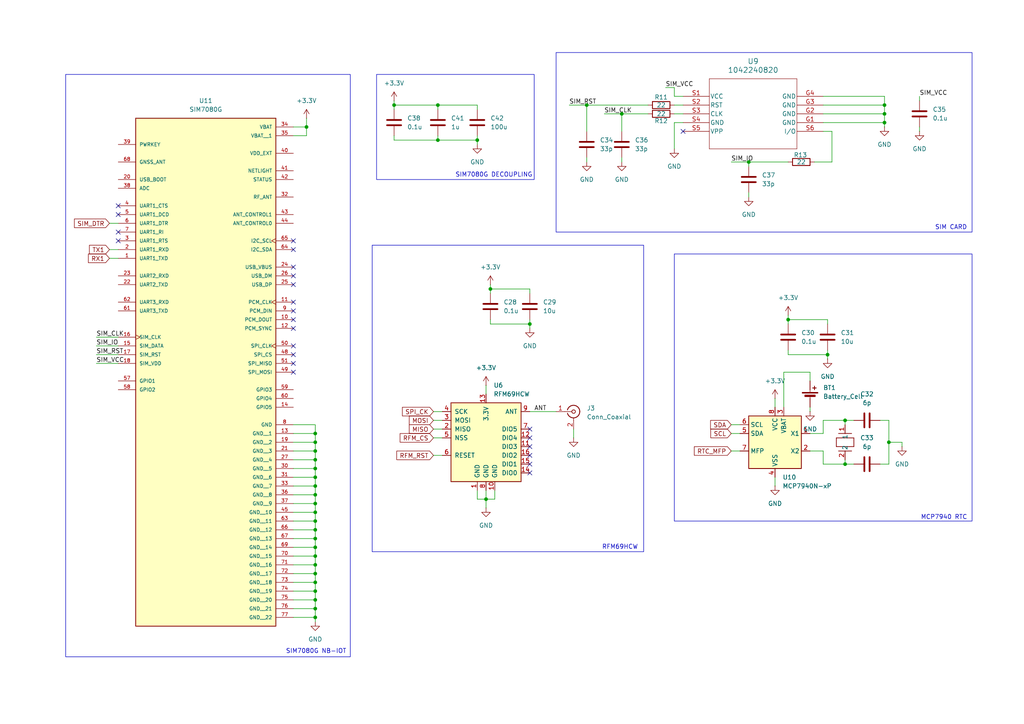
<source format=kicad_sch>
(kicad_sch (version 20231120) (generator "eeschema") (generator_version "8.0")
  (paper "A4")
  (lib_symbols
    (symbol "2024-05-28_14-23-12:SC32S-7PF20PPM" (pin_names (offset 0.254))
      (property "Reference" "XTAL" (at 5.08 4.445 0))
      (property "Value" "SC32S-7PF20PPM" (at 5.08 -4.445 0))
      (symbol "SC32S-7PF20PPM_1_1"
        (polyline (pts (xy 2.54 -1.905) (xy 2.54 1.905)) (stroke (width 0.2032)))
        (polyline (pts (xy 3.81 -2.54) (xy 3.81 2.54)) (stroke (width 0.2032)))
        (polyline (pts (xy 3.81 2.54) (xy 6.35 2.54)) (stroke (width 0.2032)))
        (polyline (pts (xy 6.35 -2.54) (xy 3.81 -2.54)) (stroke (width 0.2032)))
        (polyline (pts (xy 6.35 2.54) (xy 6.35 -2.54)) (stroke (width 0.2032)))
        (polyline (pts (xy 7.62 -1.905) (xy 7.62 1.905)) (stroke (width 0.2032)))
        (pin unspecified line (at 0 0 0) (length 2.54) (name "1") (number "1"))
        (pin unspecified line (at 10.16 0 180) (length 2.54) (name "2") (number "2"))
      )
      (symbol "SC32S-7PF20PPM_1_2"
        (polyline (pts (xy -2.54 3.81) (xy -2.54 6.35)) (stroke (width 0.2032)))
        (polyline (pts (xy -2.54 6.35) (xy 2.54 6.35)) (stroke (width 0.2032)))
        (polyline (pts (xy 1.905 2.54) (xy -1.905 2.54)) (stroke (width 0.2032)))
        (polyline (pts (xy 1.905 7.62) (xy -1.905 7.62)) (stroke (width 0.2032)))
        (polyline (pts (xy 2.54 3.81) (xy -2.54 3.81)) (stroke (width 0.2032)))
        (polyline (pts (xy 2.54 6.35) (xy 2.54 3.81)) (stroke (width 0.2032)))
        (pin unspecified line (at 0 0 90) (length 2.54) (name "1") (number "1"))
        (pin unspecified line (at 0 10.16 270) (length 2.54) (name "2") (number "2"))
      )
    )
    (symbol "2024-08-12_18-24-49:1042240820" (pin_names (offset 0.254))
      (property "Reference" "U" (at 20.32 10.16 0))
      (property "Value" "1042240820" (at 20.32 7.62 0))
      (symbol "1042240820_0_1"
        (polyline (pts (xy 7.62 -15.24) (xy 33.02 -15.24)) (stroke (width 0.127)))
        (polyline (pts (xy 7.62 5.08) (xy 7.62 -15.24)) (stroke (width 0.127)))
        (polyline (pts (xy 33.02 -15.24) (xy 33.02 5.08)) (stroke (width 0.127)))
        (polyline (pts (xy 33.02 5.08) (xy 7.62 5.08)) (stroke (width 0.127)))
        (pin power_out line (at 40.64 -7.62 180) (length 7.62) (name "GND") (number "G1"))
        (pin power_out line (at 40.64 -5.08 180) (length 7.62) (name "GND") (number "G2"))
        (pin power_out line (at 40.64 -2.54 180) (length 7.62) (name "GND") (number "G3"))
        (pin power_out line (at 40.64 0 180) (length 7.62) (name "GND") (number "G4"))
        (pin power_in line (at 0 0 0) (length 7.62) (name "VCC") (number "S1"))
        (pin unspecified line (at 0 -2.54 0) (length 7.62) (name "RST") (number "S2"))
        (pin unspecified line (at 0 -5.08 0) (length 7.62) (name "CLK") (number "S3"))
        (pin power_out line (at 0 -7.62 0) (length 7.62) (name "GND") (number "S4"))
        (pin power_in line (at 0 -10.16 0) (length 7.62) (name "VPP") (number "S5"))
        (pin unspecified line (at 40.64 -10.16 180) (length 7.62) (name "I/O") (number "S6"))
      )
    )
    (symbol "Connector:Conn_Coaxial" (pin_names (offset 1.016) hide)
      (property "Reference" "J" (at 0.254 3.048 0))
      (property "Value" "Conn_Coaxial" (at 2.921 0 90))
      (symbol "Conn_Coaxial_0_1"
        (arc (start -1.778 -0.508) (mid 0.2311 -1.8066) (end 1.778 0) (stroke (width 0.254)))
        (polyline (pts (xy -2.54 0) (xy -0.508 0)))
        (polyline (pts (xy 0 -2.54) (xy 0 -1.778)))
        (circle (center 0 0) (radius 0.508) (stroke (width 0.2032)))
        (arc (start 1.778 0) (mid 0.2099 1.8101) (end -1.778 0.508) (stroke (width 0.254)))
      )
      (symbol "Conn_Coaxial_1_1"
        (pin passive line (at -5.08 0 0) (length 2.54) (name "In") (number "1"))
        (pin passive line (at 0 -5.08 90) (length 2.54) (name "Ext") (number "2"))
      )
    )
    (symbol "Device:Battery_Cell" (pin_numbers hide) (pin_names (offset 0) hide)
      (property "Reference" "BT" (at 2.54 2.54 0))
      (property "Value" "Battery_Cell" (at 2.54 0 0))
      (symbol "Battery_Cell_0_1"
        (rectangle (start -2.286 1.778) (end 2.286 1.524) (fill (type outline)))
        (rectangle (start -1.524 1.016) (end 1.524 0.508) (fill (type outline)))
        (polyline (pts (xy 0 0.762) (xy 0 0)))
        (polyline (pts (xy 0 1.778) (xy 0 2.54)))
        (polyline (pts (xy 0.762 3.048) (xy 1.778 3.048)) (stroke (width 0.254)))
        (polyline (pts (xy 1.27 3.556) (xy 1.27 2.54)) (stroke (width 0.254)))
      )
      (symbol "Battery_Cell_1_1"
        (pin passive line (at 0 5.08 270) (length 2.54) (name "+") (number "1"))
        (pin passive line (at 0 -2.54 90) (length 2.54) (name "-") (number "2"))
      )
    )
    (symbol "Device:C" (pin_numbers hide) (pin_names (offset 0.254))
      (property "Reference" "C" (at 0.635 2.54 0))
      (property "Value" "C" (at 0.635 -2.54 0))
      (symbol "C_0_1"
        (polyline (pts (xy -2.032 -0.762) (xy 2.032 -0.762)) (stroke (width 0.508)))
        (polyline (pts (xy -2.032 0.762) (xy 2.032 0.762)) (stroke (width 0.508)))
      )
      (symbol "C_1_1"
        (pin passive line (at 0 3.81 270) (length 2.794) (name "~") (number "1"))
        (pin passive line (at 0 -3.81 90) (length 2.794) (name "~") (number "2"))
      )
    )
    (symbol "Device:R" (pin_numbers hide) (pin_names (offset 0))
      (property "Reference" "R" (at 2.032 0 90))
      (property "Value" "R" (at 0 0 90))
      (symbol "R_0_1"
        (rectangle (start -1.016 -2.54) (end 1.016 2.54) (stroke (width 0.254)))
      )
      (symbol "R_1_1"
        (pin passive line (at 0 3.81 270) (length 1.27) (name "~") (number "1"))
        (pin passive line (at 0 -3.81 90) (length 1.27) (name "~") (number "2"))
      )
    )
    (symbol "RF_Module:RFM69HCW" (pin_names (offset 1.016))
      (property "Reference" "U" (at -10.414 11.684 0))
      (property "Value" "RFM69HCW" (at 1.524 11.43 0))
      (symbol "RFM69HCW_0_1"
        (rectangle (start -10.16 10.16) (end 10.16 -12.7) (stroke (width 0.254)) (fill (type background)))
      )
      (symbol "RFM69HCW_1_1"
        (pin power_in line (at -2.54 -15.24 90) (length 2.54) (name "GND") (number "1"))
        (pin power_in line (at 2.54 -15.24 90) (length 2.54) (name "GND") (number "10"))
        (pin bidirectional line (at 12.7 -2.54 180) (length 2.54) (name "DIO3") (number "11"))
        (pin bidirectional line (at 12.7 0 180) (length 2.54) (name "DIO4") (number "12"))
        (pin power_in line (at 0 12.7 270) (length 2.54) (name "3.3V") (number "13"))
        (pin bidirectional line (at 12.7 -10.16 180) (length 2.54) (name "DIO0") (number "14"))
        (pin bidirectional line (at 12.7 -7.62 180) (length 2.54) (name "DIO1") (number "15"))
        (pin bidirectional line (at 12.7 -5.08 180) (length 2.54) (name "DIO2") (number "16"))
        (pin output line (at -12.7 2.54 0) (length 2.54) (name "MISO") (number "2"))
        (pin input line (at -12.7 5.08 0) (length 2.54) (name "MOSI") (number "3"))
        (pin input line (at -12.7 7.62 0) (length 2.54) (name "SCK") (number "4"))
        (pin input line (at -12.7 0 0) (length 2.54) (name "NSS") (number "5"))
        (pin bidirectional line (at -12.7 -5.08 0) (length 2.54) (name "RESET") (number "6"))
        (pin bidirectional line (at 12.7 2.54 180) (length 2.54) (name "DIO5") (number "7"))
        (pin power_in line (at 0 -15.24 90) (length 2.54) (name "GND") (number "8"))
        (pin bidirectional line (at 12.7 7.62 180) (length 2.54) (name "ANT") (number "9"))
      )
    )
    (symbol "SIM7080G:SIM7080G" (pin_names (offset 1.016))
      (property "Reference" "U" (at -20.066 44.196 0))
      (property "Value" "SIM7080G" (at -20.066 -105.156 0))
      (symbol "SIM7080G_0_0"
        (rectangle (start -20.32 -104.14) (end 20.32 43.18) (stroke (width 0.254)) (fill (type background)))
        (pin output line (at -25.4 2.54 0) (length 5.08) (name "UART1_TXD") (number "1"))
        (pin output line (at 25.4 -15.24 180) (length 5.08) (name "PCM_DOUT") (number "10"))
        (pin output clock (at 25.4 -10.16 180) (length 5.08) (name "PCM_CLK") (number "11"))
        (pin output line (at 25.4 -17.78 180) (length 5.08) (name "PCM_SYNC") (number "12"))
        (pin power_in line (at 25.4 -48.26 180) (length 5.08) (name "GND__1") (number "13"))
        (pin bidirectional line (at 25.4 -40.64 180) (length 5.08) (name "GPIO5") (number "14"))
        (pin bidirectional line (at -25.4 -22.86 0) (length 5.08) (name "SIM_DATA") (number "15"))
        (pin output clock (at -25.4 -20.32 0) (length 5.08) (name "SIM_CLK") (number "16"))
        (pin output line (at -25.4 -25.4 0) (length 5.08) (name "SIM_RST") (number "17"))
        (pin output line (at -25.4 -27.94 0) (length 5.08) (name "SIM_VDD") (number "18"))
        (pin power_in line (at 25.4 -50.8 180) (length 5.08) (name "GND__2") (number "19"))
        (pin input line (at -25.4 5.08 0) (length 5.08) (name "UART1_RXD") (number "2"))
        (pin input line (at -25.4 25.4 0) (length 5.08) (name "USB_BOOT") (number "20"))
        (pin power_in line (at 25.4 -53.34 180) (length 5.08) (name "GND__3") (number "21"))
        (pin output line (at -25.4 -5.08 0) (length 5.08) (name "UART2_TXD") (number "22"))
        (pin input line (at -25.4 -2.54 0) (length 5.08) (name "UART2_RXD") (number "23"))
        (pin input line (at 25.4 0 180) (length 5.08) (name "USB_VBUS") (number "24"))
        (pin bidirectional line (at 25.4 -5.08 180) (length 5.08) (name "USB_DP") (number "25"))
        (pin bidirectional line (at 25.4 -2.54 180) (length 5.08) (name "USB_DM") (number "26"))
        (pin power_in line (at 25.4 -55.88 180) (length 5.08) (name "GND__4") (number "27"))
        (pin input line (at -25.4 7.62 0) (length 5.08) (name "UART1_RTS") (number "3"))
        (pin power_in line (at 25.4 -58.42 180) (length 5.08) (name "GND__5") (number "30"))
        (pin power_in line (at 25.4 -60.96 180) (length 5.08) (name "GND__6") (number "31"))
        (pin bidirectional line (at 25.4 20.32 180) (length 5.08) (name "RF_ANT") (number "32"))
        (pin power_in line (at 25.4 -63.5 180) (length 5.08) (name "GND__7") (number "33"))
        (pin power_in line (at 25.4 40.64 180) (length 5.08) (name "VBAT") (number "34"))
        (pin power_in line (at 25.4 38.1 180) (length 5.08) (name "VBAT__1") (number "35"))
        (pin power_in line (at 25.4 -66.04 180) (length 5.08) (name "GND__8") (number "36"))
        (pin power_in line (at 25.4 -68.58 180) (length 5.08) (name "GND__9") (number "37"))
        (pin input line (at -25.4 22.86 0) (length 5.08) (name "ADC") (number "38"))
        (pin input line (at -25.4 35.56 0) (length 5.08) (name "PWRKEY") (number "39"))
        (pin output line (at -25.4 17.78 0) (length 5.08) (name "UART1_CTS") (number "4"))
        (pin output line (at 25.4 33.02 180) (length 5.08) (name "VDD_EXT") (number "40"))
        (pin output line (at 25.4 27.94 180) (length 5.08) (name "NETLIGHT") (number "41"))
        (pin output line (at 25.4 25.4 180) (length 5.08) (name "STATUS") (number "42"))
        (pin bidirectional line (at 25.4 15.24 180) (length 5.08) (name "ANT_CONTROL1") (number "43"))
        (pin output line (at 25.4 12.7 180) (length 5.08) (name "ANT_CONTROL0") (number "44"))
        (pin power_in line (at 25.4 -71.12 180) (length 5.08) (name "GND__10") (number "45"))
        (pin output line (at 25.4 -25.4 180) (length 5.08) (name "SPI_CS") (number "48"))
        (pin output line (at 25.4 -30.48 180) (length 5.08) (name "SPI_MOSI") (number "49"))
        (pin output line (at -25.4 15.24 0) (length 5.08) (name "UART1_DCD") (number "5"))
        (pin output clock (at 25.4 -22.86 180) (length 5.08) (name "SPI_CLK") (number "50"))
        (pin input line (at 25.4 -27.94 180) (length 5.08) (name "SPI_MISO") (number "51"))
        (pin bidirectional line (at -25.4 -33.02 0) (length 5.08) (name "GPIO1") (number "57"))
        (pin bidirectional line (at -25.4 -35.56 0) (length 5.08) (name "GPIO2") (number "58"))
        (pin bidirectional line (at 25.4 -35.56 180) (length 5.08) (name "GPIO3") (number "59"))
        (pin input line (at -25.4 12.7 0) (length 5.08) (name "UART1_DTR") (number "6"))
        (pin bidirectional line (at 25.4 -38.1 180) (length 5.08) (name "GPIO4") (number "60"))
        (pin output line (at -25.4 -12.7 0) (length 5.08) (name "UART3_TXD") (number "61"))
        (pin input line (at -25.4 -10.16 0) (length 5.08) (name "UART3_RXD") (number "62"))
        (pin power_in line (at 25.4 -73.66 180) (length 5.08) (name "GND__11") (number "63"))
        (pin bidirectional line (at 25.4 5.08 180) (length 5.08) (name "I2C_SDA") (number "64"))
        (pin output clock (at 25.4 7.62 180) (length 5.08) (name "I2C_SCL") (number "65"))
        (pin power_in line (at 25.4 -76.2 180) (length 5.08) (name "GND__12") (number "66"))
        (pin power_in line (at 25.4 -78.74 180) (length 5.08) (name "GND__13") (number "67"))
        (pin input line (at -25.4 30.48 0) (length 5.08) (name "GNSS_ANT") (number "68"))
        (pin power_in line (at 25.4 -81.28 180) (length 5.08) (name "GND__14") (number "69"))
        (pin output line (at -25.4 10.16 0) (length 5.08) (name "UART1_RI") (number "7"))
        (pin power_in line (at 25.4 -83.82 180) (length 5.08) (name "GND__15") (number "70"))
        (pin power_in line (at 25.4 -86.36 180) (length 5.08) (name "GND__16") (number "71"))
        (pin power_in line (at 25.4 -88.9 180) (length 5.08) (name "GND__17") (number "72"))
        (pin power_in line (at 25.4 -91.44 180) (length 5.08) (name "GND__18") (number "73"))
        (pin power_in line (at 25.4 -93.98 180) (length 5.08) (name "GND__19") (number "74"))
        (pin power_in line (at 25.4 -96.52 180) (length 5.08) (name "GND__20") (number "75"))
        (pin power_in line (at 25.4 -99.06 180) (length 5.08) (name "GND__21") (number "76"))
        (pin power_in line (at 25.4 -101.6 180) (length 5.08) (name "GND__22") (number "77"))
        (pin power_in line (at 25.4 -45.72 180) (length 5.08) (name "GND") (number "8"))
        (pin input line (at 25.4 -12.7 180) (length 5.08) (name "PCM_DIN") (number "9"))
      )
    )
    (symbol "Timer_RTC:MCP7940N-xP"
      (property "Reference" "U" (at -6.35 8.89 0))
      (property "Value" "MCP7940N-xP" (at 11.43 8.89 0))
      (symbol "MCP7940N-xP_0_1"
        (rectangle (start -7.62 7.62) (end 7.62 -7.62) (stroke (width 0.254)) (fill (type background)))
      )
      (symbol "MCP7940N-xP_1_1"
        (pin input line (at 10.16 2.54 180) (length 2.54) (name "X1") (number "1"))
        (pin output line (at 10.16 -2.54 180) (length 2.54) (name "X2") (number "2"))
        (pin power_in line (at 2.54 10.16 270) (length 2.54) (name "VBAT") (number "3"))
        (pin power_in line (at 0 -10.16 90) (length 2.54) (name "VSS") (number "4"))
        (pin bidirectional line (at -10.16 2.54 0) (length 2.54) (name "SDA") (number "5"))
        (pin input line (at -10.16 5.08 0) (length 2.54) (name "SCL") (number "6"))
        (pin open_collector line (at -10.16 -2.54 0) (length 2.54) (name "MFP") (number "7"))
        (pin power_in line (at 0 10.16 270) (length 2.54) (name "VCC") (number "8"))
      )
    )
    (symbol "power:+3.3V" (power) (pin_numbers hide) (pin_names (offset 0) hide)
      (property "Value" "+3.3V" (at 0 3.556 0))
      (symbol "+3.3V_0_1"
        (polyline (pts (xy -0.762 1.27) (xy 0 2.54)))
        (polyline (pts (xy 0 0) (xy 0 2.54)))
        (polyline (pts (xy 0 2.54) (xy 0.762 1.27)))
      )
      (symbol "+3.3V_1_1"
        (pin power_in line (at 0 0 90) (length 0) (name "~") (number "1"))
      )
    )
    (symbol "power:GND" (power) (pin_numbers hide) (pin_names (offset 0) hide)
      (property "Value" "GND" (at 0 -3.81 0))
      (symbol "GND_0_1"
        (polyline (pts (xy 0 0) (xy 0 -1.27) (xy 1.27 -1.27) (xy 0 -2.54) (xy -1.27 -1.27) (xy 0 -1.27)))
      )
      (symbol "GND_1_1"
        (pin power_in line (at 0 0 270) (length 0) (name "~") (number "1"))
      )
    )
  )
  (junction (at 245.11 134.62))
  (junction (at 256.54 33.02))
  (junction (at 91.44 130.81))
  (junction (at 180.34 33.02))
  (junction (at 240.03 102.87))
  (junction (at 91.44 133.35))
  (junction (at 256.54 30.48))
  (junction (at 140.97 144.78))
  (junction (at 127 30.48))
  (junction (at 91.44 176.53))
  (junction (at 228.6 92.71))
  (junction (at 256.54 35.56))
  (junction (at 217.17 46.99))
  (junction (at 91.44 143.51))
  (junction (at 91.44 163.83))
  (junction (at 91.44 158.75))
  (junction (at 114.3 30.48))
  (junction (at 91.44 156.21))
  (junction (at 91.44 173.99))
  (junction (at 245.11 121.92))
  (junction (at 91.44 140.97))
  (junction (at 138.43 40.64))
  (junction (at 91.44 151.13))
  (junction (at 91.44 168.91))
  (junction (at 91.44 125.73))
  (junction (at 91.44 166.37))
  (junction (at 91.44 171.45))
  (junction (at 142.24 83.82))
  (junction (at 91.44 128.27))
  (junction (at 91.44 138.43))
  (junction (at 91.44 179.07))
  (junction (at 91.44 146.05))
  (junction (at 88.9 36.83))
  (junction (at 257.81 128.27))
  (junction (at 153.67 93.98))
  (junction (at 170.18 30.48))
  (junction (at 127 40.64))
  (junction (at 91.44 135.89))
  (junction (at 91.44 148.59))
  (junction (at 91.44 153.67))
  (junction (at 91.44 161.29))
  (no_connect (at 85.09 95.25))
  (no_connect (at 85.09 87.63))
  (no_connect (at 85.09 80.01))
  (no_connect (at 153.67 124.46))
  (no_connect (at 85.09 100.33))
  (no_connect (at 85.09 90.17))
  (no_connect (at 153.67 127))
  (no_connect (at 34.29 67.31))
  (no_connect (at 198.12 38.1))
  (no_connect (at 85.09 72.39))
  (no_connect (at 153.67 132.08))
  (no_connect (at 85.09 107.95))
  (no_connect (at 85.09 105.41))
  (no_connect (at 85.09 102.87))
  (no_connect (at 85.09 77.47))
  (no_connect (at 85.09 82.55))
  (no_connect (at 153.67 137.16))
  (no_connect (at 85.09 69.85))
  (no_connect (at 153.67 134.62))
  (no_connect (at 153.67 129.54))
  (no_connect (at 34.29 69.85))
  (no_connect (at 34.29 62.23))
  (no_connect (at 34.29 59.69))
  (no_connect (at 85.09 92.71))
  (wire (pts (xy 91.44 161.29) (xy 91.44 158.75)))
  (wire (pts (xy 138.43 144.78) (xy 140.97 144.78)))
  (wire (pts (xy 27.94 105.41) (xy 34.29 105.41)))
  (wire (pts (xy 138.43 40.64) (xy 127 40.64)))
  (wire (pts (xy 85.09 158.75) (xy 91.44 158.75)))
  (wire (pts (xy 228.6 101.6) (xy 228.6 102.87)))
  (wire (pts (xy 91.44 123.19) (xy 91.44 125.73)))
  (wire (pts (xy 88.9 39.37) (xy 88.9 36.83)))
  (wire (pts (xy 127 39.37) (xy 127 40.64)))
  (wire (pts (xy 125.73 124.46) (xy 128.27 124.46)))
  (wire (pts (xy 224.79 138.43) (xy 224.79 140.97)))
  (wire (pts (xy 245.11 134.62) (xy 247.65 134.62)))
  (wire (pts (xy 240.03 102.87) (xy 240.03 104.14)))
  (wire (pts (xy 255.27 134.62) (xy 257.81 134.62)))
  (wire (pts (xy 257.81 121.92) (xy 255.27 121.92)))
  (wire (pts (xy 170.18 45.72) (xy 170.18 46.99)))
  (wire (pts (xy 195.58 27.94) (xy 195.58 25.4)))
  (wire (pts (xy 85.09 130.81) (xy 91.44 130.81)))
  (wire (pts (xy 142.24 92.71) (xy 142.24 93.98)))
  (wire (pts (xy 91.44 143.51) (xy 91.44 146.05)))
  (wire (pts (xy 212.09 46.99) (xy 217.17 46.99)))
  (wire (pts (xy 256.54 27.94) (xy 256.54 30.48)))
  (wire (pts (xy 234.95 118.11) (xy 234.95 119.38)))
  (wire (pts (xy 85.09 133.35) (xy 91.44 133.35)))
  (wire (pts (xy 257.81 134.62) (xy 257.81 128.27)))
  (wire (pts (xy 127 30.48) (xy 138.43 30.48)))
  (wire (pts (xy 127 40.64) (xy 114.3 40.64)))
  (wire (pts (xy 85.09 173.99) (xy 91.44 173.99)))
  (wire (pts (xy 180.34 38.1) (xy 180.34 33.02)))
  (wire (pts (xy 85.09 163.83) (xy 91.44 163.83)))
  (wire (pts (xy 153.67 93.98) (xy 153.67 92.71)))
  (wire (pts (xy 212.09 130.81) (xy 214.63 130.81)))
  (wire (pts (xy 85.09 179.07) (xy 91.44 179.07)))
  (wire (pts (xy 91.44 138.43) (xy 91.44 140.97)))
  (wire (pts (xy 31.75 72.39) (xy 34.29 72.39)))
  (wire (pts (xy 234.95 110.49) (xy 234.95 107.95)))
  (wire (pts (xy 91.44 130.81) (xy 91.44 133.35)))
  (wire (pts (xy 227.33 107.95) (xy 227.33 118.11)))
  (wire (pts (xy 142.24 83.82) (xy 142.24 85.09)))
  (wire (pts (xy 91.44 135.89) (xy 91.44 138.43)))
  (wire (pts (xy 114.3 31.75) (xy 114.3 30.48)))
  (wire (pts (xy 241.3 46.99) (xy 241.3 38.1)))
  (wire (pts (xy 91.44 176.53) (xy 91.44 173.99)))
  (wire (pts (xy 140.97 144.78) (xy 140.97 147.32)))
  (wire (pts (xy 85.09 143.51) (xy 91.44 143.51)))
  (wire (pts (xy 256.54 33.02) (xy 256.54 35.56)))
  (wire (pts (xy 224.79 115.57) (xy 224.79 118.11)))
  (wire (pts (xy 153.67 93.98) (xy 153.67 95.25)))
  (wire (pts (xy 91.44 123.19) (xy 85.09 123.19)))
  (wire (pts (xy 195.58 43.18) (xy 195.58 35.56)))
  (wire (pts (xy 212.09 125.73) (xy 214.63 125.73)))
  (wire (pts (xy 240.03 93.98) (xy 240.03 92.71)))
  (wire (pts (xy 138.43 142.24) (xy 138.43 144.78)))
  (wire (pts (xy 245.11 134.62) (xy 245.11 133.35)))
  (wire (pts (xy 180.34 45.72) (xy 180.34 46.99)))
  (wire (pts (xy 91.44 168.91) (xy 91.44 166.37)))
  (wire (pts (xy 85.09 151.13) (xy 91.44 151.13)))
  (wire (pts (xy 114.3 29.21) (xy 114.3 30.48)))
  (wire (pts (xy 195.58 27.94) (xy 198.12 27.94)))
  (wire (pts (xy 212.09 123.19) (xy 214.63 123.19)))
  (wire (pts (xy 91.44 140.97) (xy 91.44 143.51)))
  (wire (pts (xy 170.18 30.48) (xy 187.96 30.48)))
  (wire (pts (xy 125.73 132.08) (xy 128.27 132.08)))
  (wire (pts (xy 125.73 119.38) (xy 128.27 119.38)))
  (wire (pts (xy 85.09 135.89) (xy 91.44 135.89)))
  (wire (pts (xy 193.04 25.4) (xy 195.58 25.4)))
  (wire (pts (xy 85.09 161.29) (xy 91.44 161.29)))
  (wire (pts (xy 125.73 121.92) (xy 128.27 121.92)))
  (wire (pts (xy 27.94 102.87) (xy 34.29 102.87)))
  (wire (pts (xy 85.09 39.37) (xy 88.9 39.37)))
  (wire (pts (xy 238.76 130.81) (xy 238.76 134.62)))
  (wire (pts (xy 234.95 107.95) (xy 227.33 107.95)))
  (wire (pts (xy 153.67 83.82) (xy 142.24 83.82)))
  (wire (pts (xy 143.51 142.24) (xy 143.51 144.78)))
  (wire (pts (xy 85.09 153.67) (xy 91.44 153.67)))
  (wire (pts (xy 114.3 40.64) (xy 114.3 39.37)))
  (wire (pts (xy 142.24 93.98) (xy 153.67 93.98)))
  (wire (pts (xy 85.09 166.37) (xy 91.44 166.37)))
  (wire (pts (xy 238.76 35.56) (xy 256.54 35.56)))
  (wire (pts (xy 238.76 33.02) (xy 256.54 33.02)))
  (wire (pts (xy 31.75 64.77) (xy 34.29 64.77)))
  (wire (pts (xy 195.58 33.02) (xy 198.12 33.02)))
  (wire (pts (xy 31.75 74.93) (xy 34.29 74.93)))
  (wire (pts (xy 88.9 34.29) (xy 88.9 36.83)))
  (wire (pts (xy 266.7 36.83) (xy 266.7 38.1)))
  (wire (pts (xy 138.43 30.48) (xy 138.43 31.75)))
  (wire (pts (xy 142.24 82.55) (xy 142.24 83.82)))
  (wire (pts (xy 85.09 176.53) (xy 91.44 176.53)))
  (wire (pts (xy 91.44 128.27) (xy 91.44 130.81)))
  (wire (pts (xy 91.44 180.34) (xy 91.44 179.07)))
  (wire (pts (xy 166.37 124.46) (xy 166.37 127)))
  (wire (pts (xy 27.94 100.33) (xy 34.29 100.33)))
  (wire (pts (xy 88.9 36.83) (xy 85.09 36.83)))
  (wire (pts (xy 91.44 173.99) (xy 91.44 171.45)))
  (wire (pts (xy 91.44 163.83) (xy 91.44 161.29)))
  (wire (pts (xy 85.09 168.91) (xy 91.44 168.91)))
  (wire (pts (xy 140.97 111.76) (xy 140.97 114.3)))
  (wire (pts (xy 180.34 33.02) (xy 187.96 33.02)))
  (wire (pts (xy 245.11 123.19) (xy 245.11 121.92)))
  (wire (pts (xy 217.17 46.99) (xy 217.17 48.26)))
  (wire (pts (xy 27.94 97.79) (xy 34.29 97.79)))
  (wire (pts (xy 114.3 30.48) (xy 127 30.48)))
  (wire (pts (xy 175.26 33.02) (xy 180.34 33.02)))
  (wire (pts (xy 85.09 146.05) (xy 91.44 146.05)))
  (wire (pts (xy 238.76 125.73) (xy 234.95 125.73)))
  (wire (pts (xy 266.7 27.94) (xy 266.7 29.21)))
  (wire (pts (xy 170.18 38.1) (xy 170.18 30.48)))
  (wire (pts (xy 234.95 130.81) (xy 238.76 130.81)))
  (wire (pts (xy 91.44 179.07) (xy 91.44 176.53)))
  (wire (pts (xy 241.3 38.1) (xy 238.76 38.1)))
  (wire (pts (xy 238.76 121.92) (xy 238.76 125.73)))
  (wire (pts (xy 257.81 128.27) (xy 257.81 121.92)))
  (wire (pts (xy 228.6 92.71) (xy 228.6 93.98)))
  (wire (pts (xy 261.62 128.27) (xy 257.81 128.27)))
  (wire (pts (xy 140.97 144.78) (xy 143.51 144.78)))
  (wire (pts (xy 217.17 55.88) (xy 217.17 57.15)))
  (wire (pts (xy 85.09 140.97) (xy 91.44 140.97)))
  (wire (pts (xy 236.22 46.99) (xy 241.3 46.99)))
  (wire (pts (xy 165.1 30.48) (xy 170.18 30.48)))
  (wire (pts (xy 91.44 171.45) (xy 91.44 168.91)))
  (wire (pts (xy 138.43 40.64) (xy 138.43 41.91)))
  (wire (pts (xy 140.97 142.24) (xy 140.97 144.78)))
  (wire (pts (xy 238.76 30.48) (xy 256.54 30.48)))
  (wire (pts (xy 228.6 102.87) (xy 240.03 102.87)))
  (wire (pts (xy 238.76 134.62) (xy 245.11 134.62)))
  (wire (pts (xy 85.09 148.59) (xy 91.44 148.59)))
  (wire (pts (xy 245.11 121.92) (xy 247.65 121.92)))
  (wire (pts (xy 91.44 146.05) (xy 91.44 148.59)))
  (wire (pts (xy 125.73 127) (xy 128.27 127)))
  (wire (pts (xy 91.44 133.35) (xy 91.44 135.89)))
  (wire (pts (xy 238.76 27.94) (xy 256.54 27.94)))
  (wire (pts (xy 91.44 158.75) (xy 91.44 156.21)))
  (wire (pts (xy 91.44 153.67) (xy 91.44 151.13)))
  (wire (pts (xy 85.09 171.45) (xy 91.44 171.45)))
  (wire (pts (xy 261.62 129.54) (xy 261.62 128.27)))
  (wire (pts (xy 228.6 91.44) (xy 228.6 92.71)))
  (wire (pts (xy 240.03 92.71) (xy 228.6 92.71)))
  (wire (pts (xy 195.58 30.48) (xy 198.12 30.48)))
  (wire (pts (xy 85.09 125.73) (xy 91.44 125.73)))
  (wire (pts (xy 153.67 85.09) (xy 153.67 83.82)))
  (wire (pts (xy 127 30.48) (xy 127 31.75)))
  (wire (pts (xy 91.44 166.37) (xy 91.44 163.83)))
  (wire (pts (xy 85.09 156.21) (xy 91.44 156.21)))
  (wire (pts (xy 245.11 121.92) (xy 238.76 121.92)))
  (wire (pts (xy 91.44 125.73) (xy 91.44 128.27)))
  (wire (pts (xy 256.54 30.48) (xy 256.54 33.02)))
  (wire (pts (xy 85.09 128.27) (xy 91.44 128.27)))
  (wire (pts (xy 138.43 39.37) (xy 138.43 40.64)))
  (wire (pts (xy 153.67 119.38) (xy 161.29 119.38)))
  (wire (pts (xy 91.44 148.59) (xy 91.44 151.13)))
  (wire (pts (xy 228.6 46.99) (xy 217.17 46.99)))
  (wire (pts (xy 240.03 102.87) (xy 240.03 101.6)))
  (wire (pts (xy 85.09 138.43) (xy 91.44 138.43)))
  (wire (pts (xy 195.58 35.56) (xy 198.12 35.56)))
  (wire (pts (xy 91.44 156.21) (xy 91.44 153.67)))
  (wire (pts (xy 256.54 35.56) (xy 256.54 36.83)))
  (rectangle (start 161.29 15.24) (end 281.94 67.31))
  (rectangle (start 107.95 71.12) (end 186.69 160.02))
  (rectangle (start 109.22 21.59) (end 154.94 52.07))
  (rectangle (start 19.05 21.59) (end 101.6 190.5))
  (rectangle (start 195.58 73.66) (end 281.94 151.13))
  (text "RFM69HCW" (at 179.832 158.75 0) (effects (font (size 1.27 1.27))))
  (text "SIM CARD" (at 275.844 66.04 0) (effects (font (size 1.27 1.27))))
  (text "SIM7080G NB-IOT" (at 91.694 188.976 0) (effects (font (size 1.27 1.27))))
  (text "SIM7080G DECOUPLING" (at 143.256 50.8 0) (effects (font (size 1.27 1.27))))
  (text "MCP7940 RTC" (at 273.812 150.114 0) (effects (font (size 1.27 1.27))))
  (label "SIM_VCC" (at 266.7 27.94 0))
  (label "SIM_RST" (at 27.94 102.87 0))
  (label "ANT" (at 154.94 119.38 0))
  (label "SIM_CLK" (at 27.94 97.79 0))
  (label "SIM_IO" (at 212.09 46.99 0))
  (label "SIM_VCC" (at 27.94 105.41 0))
  (label "SIM_IO" (at 27.94 100.33 0))
  (label "SIM_RST" (at 165.1 30.48 0))
  (label "SIM_CLK" (at 175.26 33.02 0))
  (label "SIM_VCC" (at 193.04 25.4 0))
  (global_label "RTC_MFP" (shape input) (at 212.09 130.81 180) (property "Intersheetrefs" "${INTERSHEET_REFS}" (effects (hide yes))))
  (global_label "SDA" (shape input) (at 212.09 123.19 180) (property "Intersheetrefs" "${INTERSHEET_REFS}" (effects (hide yes))))
  (global_label "MOSI" (shape input) (at 125.73 121.92 180) (property "Intersheetrefs" "${INTERSHEET_REFS}" (effects (hide yes))))
  (global_label "TX1" (shape input) (at 31.75 72.39 180) (property "Intersheetrefs" "${INTERSHEET_REFS}" (effects (hide yes))))
  (global_label "SIM_DTR" (shape input) (at 31.75 64.77 180) (property "Intersheetrefs" "${INTERSHEET_REFS}" (effects (hide yes))))
  (global_label "SCL" (shape input) (at 212.09 125.73 180) (property "Intersheetrefs" "${INTERSHEET_REFS}" (effects (hide yes))))
  (global_label "SPI_CK" (shape input) (at 125.73 119.38 180) (property "Intersheetrefs" "${INTERSHEET_REFS}" (effects (hide yes))))
  (global_label "RX1" (shape input) (at 31.75 74.93 180) (property "Intersheetrefs" "${INTERSHEET_REFS}" (effects (hide yes))))
  (global_label "RFM_RST" (shape input) (at 125.73 132.08 180) (property "Intersheetrefs" "${INTERSHEET_REFS}" (effects (hide yes))))
  (global_label "RFM_CS" (shape input) (at 125.73 127 180) (property "Intersheetrefs" "${INTERSHEET_REFS}" (effects (hide yes))))
  (global_label "MISO" (shape input) (at 125.73 124.46 180) (property "Intersheetrefs" "${INTERSHEET_REFS}" (effects (hide yes))))
  (symbol (lib_id "Device:R") (at 191.77 33.02 90) (unit 1)
    (property "Reference" "R12" (at 191.77 35.052 90))
    (property "Value" "22" (at 191.77 33.02 90))
    (property "Footprint" "Capacitor_SMD:C_0805_2012Metric_Pad1.18x1.45mm_HandSolder" (effects (hide yes)))
    (property "Description" "Resistor" (effects (hide yes)))
  )
  (symbol (lib_id "power:+3.3V") (at 88.9 34.29 0) (unit 1)
    (property "Reference" "#PWR071" (effects (hide yes)))
    (property "Value" "+3.3V" (at 88.9 29.21 0))
    (property "Description" "Power symbol creates a global label with name \"+3.3V\"" (effects (hide yes)))
  )
  (symbol (lib_id "power:GND") (at 166.37 127 0) (unit 1)
    (property "Reference" "#PWR045" (effects (hide yes)))
    (property "Value" "GND" (at 166.37 132.08 0))
    (property "Description" "Power symbol creates a global label with name \"GND\" , ground" (effects (hide yes)))
  )
  (symbol (lib_id "RF_Module:RFM69HCW") (at 140.97 127 0) (unit 1)
    (property "Reference" "U6" (at 143.1641 111.76 0) (effects (justify left)))
    (property "Value" "RFM69HCW" (at 143.1641 114.3 0) (effects (justify left)))
    (property "Footprint" "RF_Module:HOPERF_RFM9XW_SMD" (effects (hide yes)))
    (property "Datasheet" "https://www.hoperf.com/data/upload/portal/20181127/5bfcb8284d838.pdf" (effects (hide yes)))
    (property "Description" "Low power ISM Radio Transceiver Module, SPI interface, AES encryption, 434 or 915 MHz, up to 100mW, up to 300 kb/s, SMD-16, DIP-16" (effects (hide yes)))
  )
  (symbol (lib_id "Device:C") (at 114.3 35.56 0) (unit 1)
    (property "Reference" "C38" (at 118.11 34.2899 0) (effects (justify left)))
    (property "Value" "0.1u" (at 118.11 36.8299 0) (effects (justify left)))
    (property "Footprint" "Capacitor_SMD:C_0402_1005Metric_Pad0.74x0.62mm_HandSolder" (effects (hide yes)))
    (property "Description" "Unpolarized capacitor" (effects (hide yes)))
  )
  (symbol (lib_id "power:GND") (at 240.03 104.14 0) (unit 1)
    (property "Reference" "#PWR051" (effects (hide yes)))
    (property "Value" "GND" (at 240.03 109.22 0))
    (property "Description" "Power symbol creates a global label with name \"GND\" , ground" (effects (hide yes)))
  )
  (symbol (lib_id "Device:C") (at 217.17 52.07 0) (unit 1)
    (property "Reference" "C37" (at 220.98 50.7999 0) (effects (justify left)))
    (property "Value" "33p" (at 220.98 53.3399 0) (effects (justify left)))
    (property "Footprint" "Capacitor_SMD:C_0402_1005Metric_Pad0.74x0.62mm_HandSolder" (effects (hide yes)))
    (property "Description" "Unpolarized capacitor" (effects (hide yes)))
  )
  (symbol (lib_id "power:+3.3V") (at 140.97 111.76 0) (unit 1)
    (property "Reference" "#PWR044" (effects (hide yes)))
    (property "Value" "+3.3V" (at 140.97 106.68 0))
    (property "Description" "Power symbol creates a global label with name \"+3.3V\"" (effects (hide yes)))
  )
  (symbol (lib_id "Device:C") (at 170.18 41.91 0) (unit 1)
    (property "Reference" "C34" (at 173.99 40.6399 0) (effects (justify left)))
    (property "Value" "33p" (at 173.99 43.1799 0) (effects (justify left)))
    (property "Footprint" "Capacitor_SMD:C_0402_1005Metric_Pad0.74x0.62mm_HandSolder" (effects (hide yes)))
    (property "Description" "Unpolarized capacitor" (effects (hide yes)))
  )
  (symbol (lib_id "Device:R") (at 191.77 30.48 90) (unit 1)
    (property "Reference" "R11" (at 191.77 28.194 90))
    (property "Value" "22" (at 191.77 30.48 90))
    (property "Footprint" "Capacitor_SMD:C_0805_2012Metric_Pad1.18x1.45mm_HandSolder" (effects (hide yes)))
    (property "Description" "Resistor" (effects (hide yes)))
  )
  (symbol (lib_id "power:GND") (at 195.58 43.18 0) (unit 1)
    (property "Reference" "#PWR066" (effects (hide yes)))
    (property "Value" "GND" (at 195.58 48.26 0))
    (property "Description" "Power symbol creates a global label with name \"GND\" , ground" (effects (hide yes)))
  )
  (symbol (lib_id "Device:C") (at 142.24 88.9 0) (unit 1)
    (property "Reference" "C28" (at 146.05 87.6299 0) (effects (justify left)))
    (property "Value" "0.1u" (at 146.05 90.1699 0) (effects (justify left)))
    (property "Footprint" "Capacitor_SMD:C_0402_1005Metric_Pad0.74x0.62mm_HandSolder" (effects (hide yes)))
    (property "Description" "Unpolarized capacitor" (effects (hide yes)))
  )
  (symbol (lib_id "Device:C") (at 266.7 33.02 0) (unit 1)
    (property "Reference" "C35" (at 270.51 31.7499 0) (effects (justify left)))
    (property "Value" "0.1u" (at 270.51 34.2899 0) (effects (justify left)))
    (property "Footprint" "Capacitor_SMD:C_0402_1005Metric_Pad0.74x0.62mm_HandSolder" (effects (hide yes)))
    (property "Description" "Unpolarized capacitor" (effects (hide yes)))
  )
  (symbol (lib_id "Connector:Conn_Coaxial") (at 166.37 119.38 0) (unit 1)
    (property "Reference" "J3" (at 170.18 118.4031 0) (effects (justify left)))
    (property "Value" "Conn_Coaxial" (at 170.18 120.9431 0) (effects (justify left)))
    (property "Footprint" "Connector_Coaxial:SMA_Samtec_SMA-J-P-H-ST-EM1_EdgeMount" (effects (hide yes)))
    (property "Description" "coaxial connector (BNC, SMA, SMB, SMC, Cinch/RCA, LEMO, ...)" (effects (hide yes)))
  )
  (symbol (lib_id "Device:C") (at 240.03 97.79 0) (unit 1)
    (property "Reference" "C31" (at 243.84 96.5199 0) (effects (justify left)))
    (property "Value" "10u" (at 243.84 99.0599 0) (effects (justify left)))
    (property "Footprint" "Capacitor_SMD:C_0805_2012Metric_Pad1.18x1.45mm_HandSolder" (effects (hide yes)))
    (property "Description" "Unpolarized capacitor" (effects (hide yes)))
  )
  (symbol (lib_id "power:GND") (at 256.54 36.83 0) (unit 1)
    (property "Reference" "#PWR070" (effects (hide yes)))
    (property "Value" "GND" (at 256.54 41.91 0))
    (property "Description" "Power symbol creates a global label with name \"GND\" , ground" (effects (hide yes)))
  )
  (symbol (lib_id "2024-08-12_18-24-49:1042240820") (at 198.12 27.94 0) (unit 1)
    (property "Reference" "U9" (at 218.44 17.78 0) (effects (font (size 1.524 1.524))))
    (property "Value" "1042240820" (at 218.44 20.32 0) (effects (font (size 1.524 1.524))))
    (property "Footprint" "sim:1042240820_MOL" (effects (hide yes)))
    (property "Datasheet" "1042240820" (effects (hide yes)))
  )
  (symbol (lib_id "power:+3.3V") (at 228.6 91.44 0) (unit 1)
    (property "Reference" "#PWR050" (effects (hide yes)))
    (property "Value" "+3.3V" (at 228.6 86.36 0))
    (property "Description" "Power symbol creates a global label with name \"+3.3V\"" (effects (hide yes)))
  )
  (symbol (lib_id "power:GND") (at 140.97 147.32 0) (unit 1)
    (property "Reference" "#PWR043" (effects (hide yes)))
    (property "Value" "GND" (at 140.97 152.4 0))
    (property "Description" "Power symbol creates a global label with name \"GND\" , ground" (effects (hide yes)))
  )
  (symbol (lib_id "power:GND") (at 217.17 57.15 0) (unit 1)
    (property "Reference" "#PWR067" (effects (hide yes)))
    (property "Value" "GND" (at 217.17 62.23 0))
    (property "Description" "Power symbol creates a global label with name \"GND\" , ground" (effects (hide yes)))
  )
  (symbol (lib_id "Device:C") (at 127 35.56 0) (unit 1)
    (property "Reference" "C41" (at 130.81 34.2899 0) (effects (justify left)))
    (property "Value" "1u" (at 130.81 36.8299 0) (effects (justify left)))
    (property "Footprint" "Capacitor_SMD:C_0805_2012Metric_Pad1.18x1.45mm_HandSolder" (effects (hide yes)))
    (property "Description" "Unpolarized capacitor" (effects (hide yes)))
  )
  (symbol (lib_id "power:GND") (at 138.43 41.91 0) (unit 1)
    (property "Reference" "#PWR069" (effects (hide yes)))
    (property "Value" "GND" (at 138.43 46.99 0))
    (property "Description" "Power symbol creates a global label with name \"GND\" , ground" (effects (hide yes)))
  )
  (symbol (lib_id "Device:C") (at 153.67 88.9 0) (unit 1)
    (property "Reference" "C29" (at 157.48 87.6299 0) (effects (justify left)))
    (property "Value" "10u" (at 157.48 90.1699 0) (effects (justify left)))
    (property "Footprint" "Capacitor_SMD:C_0805_2012Metric_Pad1.18x1.45mm_HandSolder" (effects (hide yes)))
    (property "Description" "Unpolarized capacitor" (effects (hide yes)))
  )
  (symbol (lib_id "power:GND") (at 261.62 129.54 0) (unit 1)
    (property "Reference" "#PWR052" (effects (hide yes)))
    (property "Value" "GND" (at 261.62 134.62 0))
    (property "Description" "Power symbol creates a global label with name \"GND\" , ground" (effects (hide yes)))
  )
  (symbol (lib_id "power:GND") (at 266.7 38.1 0) (unit 1)
    (property "Reference" "#PWR064" (effects (hide yes)))
    (property "Value" "GND" (at 266.7 43.18 0))
    (property "Description" "Power symbol creates a global label with name \"GND\" , ground" (effects (hide yes)))
  )
  (symbol (lib_id "power:GND") (at 170.18 46.99 0) (unit 1)
    (property "Reference" "#PWR063" (effects (hide yes)))
    (property "Value" "GND" (at 170.18 52.07 0))
    (property "Description" "Power symbol creates a global label with name \"GND\" , ground" (effects (hide yes)))
  )
  (symbol (lib_id "power:GND") (at 224.79 140.97 0) (unit 1)
    (property "Reference" "#PWR047" (effects (hide yes)))
    (property "Value" "GND" (at 224.79 146.05 0))
    (property "Description" "Power symbol creates a global label with name \"GND\" , ground" (effects (hide yes)))
  )
  (symbol (lib_id "Device:C") (at 251.46 134.62 90) (unit 1)
    (property "Reference" "C33" (at 251.46 127 90))
    (property "Value" "6p" (at 251.46 129.54 90))
    (property "Footprint" "Capacitor_SMD:C_0201_0603Metric_Pad0.64x0.40mm_HandSolder" (effects (hide yes)))
    (property "Description" "Unpolarized capacitor" (effects (hide yes)))
  )
  (symbol (lib_id "Device:C") (at 138.43 35.56 0) (unit 1)
    (property "Reference" "C42" (at 142.24 34.2899 0) (effects (justify left)))
    (property "Value" "100u" (at 142.24 36.8299 0) (effects (justify left)))
    (property "Footprint" "Capacitor_SMD:C_0805_2012Metric_Pad1.18x1.45mm_HandSolder" (effects (hide yes)))
    (property "Description" "Unpolarized capacitor" (effects (hide yes)))
  )
  (symbol (lib_id "power:+3.3V") (at 114.3 29.21 0) (unit 1)
    (property "Reference" "#PWR068" (effects (hide yes)))
    (property "Value" "+3.3V" (at 114.3 24.13 0))
    (property "Description" "Power symbol creates a global label with name \"+3.3V\"" (effects (hide yes)))
  )
  (symbol (lib_id "Device:C") (at 228.6 97.79 0) (unit 1)
    (property "Reference" "C30" (at 232.41 96.5199 0) (effects (justify left)))
    (property "Value" "0.1u" (at 232.41 99.0599 0) (effects (justify left)))
    (property "Footprint" "Capacitor_SMD:C_0402_1005Metric_Pad0.74x0.62mm_HandSolder" (effects (hide yes)))
    (property "Description" "Unpolarized capacitor" (effects (hide yes)))
  )
  (symbol (lib_id "power:GND") (at 91.44 180.34 0) (unit 1)
    (property "Reference" "#PWR072" (effects (hide yes)))
    (property "Value" "GND" (at 91.44 185.42 0))
    (property "Description" "Power symbol creates a global label with name \"GND\" , ground" (effects (hide yes)))
  )
  (symbol (lib_id "Device:Battery_Cell") (at 234.95 115.57 0) (unit 1)
    (property "Reference" "BT1" (at 238.76 112.4584 0) (effects (justify left)))
    (property "Value" "Battery_Cell" (at 238.76 114.9984 0) (effects (justify left)))
    (property "Footprint" "bat-hld:BAT_BAT-HLD-001-THM" (effects (hide yes)))
    (property "Description" "Single-cell battery" (effects (hide yes)))
  )
  (symbol (lib_id "power:+3.3V") (at 224.79 115.57 0) (unit 1)
    (property "Reference" "#PWR046" (effects (hide yes)))
    (property "Value" "+3.3V" (at 224.79 110.49 0))
    (property "Description" "Power symbol creates a global label with name \"+3.3V\"" (effects (hide yes)))
  )
  (symbol (lib_id "power:GND") (at 234.95 119.38 0) (unit 1)
    (property "Reference" "#PWR062" (effects (hide yes)))
    (property "Value" "GND" (at 234.95 124.46 0))
    (property "Description" "Power symbol creates a global label with name \"GND\" , ground" (effects (hide yes)))
  )
  (symbol (lib_id "Device:C") (at 180.34 41.91 0) (unit 1)
    (property "Reference" "C36" (at 184.15 40.6399 0) (effects (justify left)))
    (property "Value" "33p" (at 184.15 43.1799 0) (effects (justify left)))
    (property "Footprint" "Capacitor_SMD:C_0402_1005Metric_Pad0.74x0.62mm_HandSolder" (effects (hide yes)))
    (property "Description" "Unpolarized capacitor" (effects (hide yes)))
  )
  (symbol (lib_id "SIM7080G:SIM7080G") (at 59.69 77.47 0) (unit 1)
    (property "Reference" "U11" (at 59.69 29.21 0))
    (property "Value" "SIM7080G" (at 59.69 31.75 0))
    (property "Footprint" "Library:XCVR_SIM7080G" (effects (hide yes)))
    (property "PARTREV" "1.04" (effects (hide yes)))
    (property "STANDARD" "Manufacturer Recommendation" (effects (hide yes)))
    (property "MAXIMUM_PACKAGE_HEIGHT" "2.6 mm" (effects (hide yes)))
    (property "MANUFACTURER" "SIMCOM" (effects (hide yes)))
  )
  (symbol (lib_id "Device:C") (at 251.46 121.92 90) (unit 1)
    (property "Reference" "C32" (at 251.46 114.3 90))
    (property "Value" "6p" (at 251.46 116.84 90))
    (property "Footprint" "Capacitor_SMD:C_0201_0603Metric_Pad0.64x0.40mm_HandSolder" (effects (hide yes)))
    (property "Description" "Unpolarized capacitor" (effects (hide yes)))
  )
  (symbol (lib_id "power:GND") (at 180.34 46.99 0) (unit 1)
    (property "Reference" "#PWR065" (effects (hide yes)))
    (property "Value" "GND" (at 180.34 52.07 0))
    (property "Description" "Power symbol creates a global label with name \"GND\" , ground" (effects (hide yes)))
  )
  (symbol (lib_id "power:GND") (at 153.67 95.25 0) (unit 1)
    (property "Reference" "#PWR049" (effects (hide yes)))
    (property "Value" "GND" (at 153.67 100.33 0))
    (property "Description" "Power symbol creates a global label with name \"GND\" , ground" (effects (hide yes)))
  )
  (symbol (lib_id "Timer_RTC:MCP7940N-xP") (at 224.79 128.27 0) (unit 1)
    (property "Reference" "U10" (at 226.9841 138.43 0) (effects (justify left)))
    (property "Value" "MCP7940N-xP" (at 226.9841 140.97 0) (effects (justify left)))
    (property "Footprint" "Package_SO:SOIC-8_3.9x4.9mm_P1.27mm" (effects (hide yes)))
    (property "Datasheet" "http://ww1.microchip.com/downloads/en/DeviceDoc/20005010F.pdf" (effects (hide yes)))
    (property "Description" "Real-Time Clock, I2C, Battery Backup, DIP-8" (effects (hide yes)))
  )
  (symbol (lib_id "power:+3.3V") (at 142.24 82.55 0) (unit 1)
    (property "Reference" "#PWR048" (effects (hide yes)))
    (property "Value" "+3.3V" (at 142.24 77.47 0))
    (property "Description" "Power symbol creates a global label with name \"+3.3V\"" (effects (hide yes)))
  )
  (symbol (lib_id "Device:R") (at 232.41 46.99 90) (unit 1)
    (property "Reference" "R13" (at 232.156 44.958 90))
    (property "Value" "22" (at 232.41 46.99 90))
    (property "Footprint" "Capacitor_SMD:C_0805_2012Metric_Pad1.18x1.45mm_HandSolder" (effects (hide yes)))
    (property "Description" "Resistor" (effects (hide yes)))
  )
  (symbol (lib_id "2024-05-28_14-23-12:SC32S-7PF20PPM") (at 245.11 123.19 270) (unit 1)
    (property "Reference" "XTAL1" (effects (hide yes)))
    (property "Value" "SC32S-7PF20PPM" (effects (hide yes)))
    (property "Footprint" "footprints:XTAL_SC32S-7PF20PPM_EPS" (effects (hide yes)))
    (property "Datasheet" "SC32S-7PF20PPM" (effects (hide yes)))
  )
)
</source>
